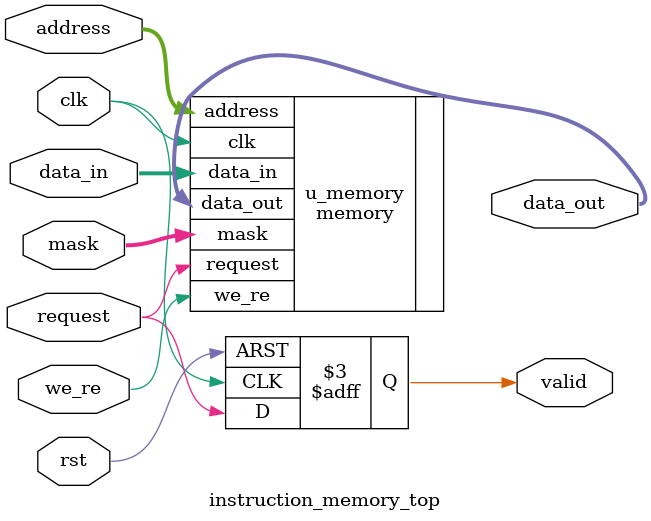
<source format=v>
`timescale 1ns / 1ps


module instruction_memory_top #(
    parameter INIT_MEM = 0
)(
    input wire clk,
    input wire rst,
    input wire we_re,
    input wire request,
    input wire [3:0]  mask,
    input wire [7:0]  address,
    input wire [31:0] data_in,

    output reg valid,
    output wire [31:0] data_out
    );

    always @(posedge clk or negedge rst ) begin
        if(!rst)begin
            valid <= 0;
        end
        else begin
            valid <= request;
        end
    end

    memory #(
      .INIT_MEM(INIT_MEM)
    )u_memory(
        .clk(clk),
        .we_re(we_re),
        .request(request),
        .mask(mask),
        .address(address),
        .data_in(data_in),
        .data_out(data_out)
    );
endmodule
</source>
